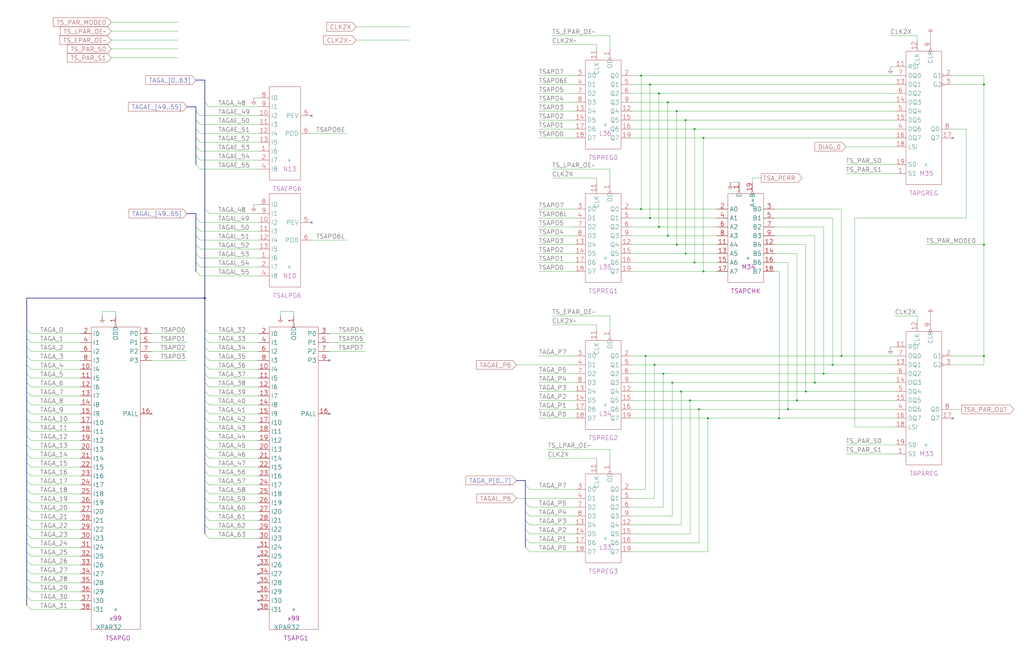
<source format=kicad_sch>
(kicad_sch (version 20220404) (generator eeschema)
  (paper "User" 584.2 378.46)
  (title_block (title "TAGACOMP\\nPARITY") (date "08-MAR-90") (rev "0.0") (comment 1 "MEM32 BOARD") (comment 2 "232-003066") (comment 3 "S400") (comment 4 "RELEASED"))
  (lib_symbols
    (symbol "r1000:F280" (pin_names (offset 1.016))
      (property "Reference" "U" (at 2.54 5.08 0))
      (property "Value" "F280" (at -6.35 -5.08 0))
      (property "Location" "___" (at -1.27 0 0))
      (property "Name" "______" (at 1.27 -12.7 0))
      (symbol "F280_1_1"
        (rectangle (start -8.89 46.99) (end 8.89 -6.35))
        (pin input line (at -15.24 10.16 0) (length 6.35) (name "I6") (number "1"))
        (pin input line (at -15.24 30.48 0) (length 6.35) (name "I2") (number "10"))
        (pin input line (at -15.24 25.4 0) (length 6.35) (name "I3") (number "11"))
        (pin input line (at -15.24 20.32 0) (length 6.35) (name "I4") (number "12"))
        (pin input line (at -15.24 15.24 0) (length 6.35) (name "I5") (number "13"))
        (pin input line (at -15.24 5.08 0) (length 6.35) (name "I7") (number "2"))
        (pin input line (at -15.24 0 0) (length 6.35) (name "I8") (number "4"))
        (pin output line (at 15.24 30.48 180) (length 6.35) (name "PEV") (number "5"))
        (pin output line (at 15.24 20.32 180) (length 6.35) (name "POD") (number "6"))
        (pin input line (at -15.24 40.64 0) (length 6.35) (name "I0") (number "8"))
        (pin input line (at -15.24 35.56 0) (length 6.35) (name "I1") (number "9"))
      )
    )
    (symbol "r1000:F299" (pin_names (offset 1.016))
      (property "Reference" "U" (at 2.54 5.08 0))
      (property "Value" "F299" (at -3.81 -5.08 0))
      (property "Location" "___" (at -1.27 0 0))
      (property "Name" "______" (at 1.27 -12.7 0))
      (symbol "F299_1_1"
        (rectangle (start -8.89 69.85) (end 11.43 -6.35))
        (circle (center 5.08 70.485) (radius 0.635))
        (circle (center 12.065 50.8) (radius 0.635))
        (circle (center 12.065 55.88) (radius 0.635))
        (pin input line (at -15.24 0 0) (length 6.35) (name "S1") (number "1"))
        (pin input line (at -15.24 60.96 0) (length 6.35) (name "RSI") (number "11"))
        (pin input line (at -2.54 76.2 270) (length 6.35) (name "CLK") (number "12"))
        (pin bidirectional line (at -15.24 50.8 0) (length 6.35) (name "DQ1") (number "13"))
        (pin bidirectional line (at -15.24 40.64 0) (length 6.35) (name "DQ3") (number "14"))
        (pin bidirectional line (at -15.24 30.48 0) (length 6.35) (name "DQ5") (number "15"))
        (pin bidirectional line (at -15.24 20.32 0) (length 6.35) (name "DQ7") (number "16"))
        (pin output line (at 17.78 20.32 180) (length 6.35) (name "Q7") (number "17"))
        (pin input line (at -15.24 15.24 0) (length 6.35) (name "LSI") (number "18"))
        (pin input line (at -15.24 5.08 0) (length 6.35) (name "S0") (number "19"))
        (pin input line (at 17.78 55.88 180) (length 5.08) (name "G1") (number "2"))
        (pin input line (at 17.78 50.8 180) (length 5.08) (name "G2") (number "3"))
        (pin bidirectional line (at -15.24 25.4 0) (length 6.35) (name "DQ6") (number "4"))
        (pin bidirectional line (at -15.24 35.56 0) (length 6.35) (name "DQ4") (number "5"))
        (pin bidirectional line (at -15.24 45.72 0) (length 6.35) (name "DQ2") (number "6"))
        (pin bidirectional line (at -15.24 55.88 0) (length 6.35) (name "DQ0") (number "7"))
        (pin output line (at 17.78 25.4 180) (length 6.35) (name "Q0") (number "8"))
        (pin input line (at 5.08 76.2 270) (length 5.08) (name "CLR") (number "9"))
      )
    )
    (symbol "r1000:F374" (pin_names (offset 1.016))
      (property "Reference" "U" (at 2.54 5.08 0))
      (property "Value" "F374" (at -3.81 -7.62 0))
      (property "Location" "___" (at -1.27 0 0))
      (property "Name" "______" (at 1.27 -15.24 0))
      (symbol "F374_1_1"
        (rectangle (start -8.89 41.91) (end 11.43 -8.89))
        (circle (center 5.08 42.545) (radius 0.635))
        (pin input line (at 5.08 48.26 270) (length 5.08) (name "OE") (number "1"))
        (pin input line (at -2.54 48.26 270) (length 6.35) (name "CLK") (number "11"))
        (pin tri_state line (at 17.78 12.7 180) (length 6.35) (name "Q4") (number "12"))
        (pin input line (at -15.24 12.7 0) (length 6.35) (name "D4") (number "13"))
        (pin input line (at -15.24 7.62 0) (length 6.35) (name "D5") (number "14"))
        (pin tri_state line (at 17.78 7.62 180) (length 6.35) (name "Q5") (number "15"))
        (pin tri_state line (at 17.78 2.54 180) (length 6.35) (name "Q6") (number "16"))
        (pin input line (at -15.24 2.54 0) (length 6.35) (name "D6") (number "17"))
        (pin input line (at -15.24 -2.54 0) (length 6.35) (name "D7") (number "18"))
        (pin tri_state line (at 17.78 -2.54 180) (length 6.35) (name "Q7") (number "19"))
        (pin tri_state line (at 17.78 33.02 180) (length 6.35) (name "Q0") (number "2"))
        (pin input line (at -15.24 33.02 0) (length 6.35) (name "D0") (number "3"))
        (pin input line (at -15.24 27.94 0) (length 6.35) (name "D1") (number "4"))
        (pin tri_state line (at 17.78 27.94 180) (length 6.35) (name "Q1") (number "5"))
        (pin tri_state line (at 17.78 22.86 180) (length 6.35) (name "Q2") (number "6"))
        (pin input line (at -15.24 22.86 0) (length 6.35) (name "D2") (number "7"))
        (pin input line (at -15.24 17.78 0) (length 6.35) (name "D3") (number "8"))
        (pin tri_state line (at 17.78 17.78 180) (length 6.35) (name "Q3") (number "9"))
      )
    )
    (symbol "r1000:F521" (pin_names (offset 1.016))
      (property "Reference" "U" (at 2.54 5.08 0))
      (property "Value" "F521" (at -3.81 -7.62 0))
      (property "Location" "___" (at -1.27 0 0))
      (property "Name" "______" (at 1.27 -15.24 0))
      (symbol "F521_1_1"
        (rectangle (start -8.89 41.91) (end 11.43 -8.89))
        (circle (center -2.54 42.545) (radius 0.635))
        (circle (center 5.08 42.545) (radius 0.635))
        (pin input line (at -2.54 48.26 270) (length 5.08) (name "E") (number "1"))
        (pin input line (at -15.24 12.7 0) (length 6.35) (name "A4") (number "11"))
        (pin input line (at 17.78 12.7 180) (length 6.35) (name "B4") (number "12"))
        (pin input line (at -15.24 7.62 0) (length 6.35) (name "A5") (number "13"))
        (pin input line (at 17.78 7.62 180) (length 6.35) (name "B5") (number "14"))
        (pin input line (at -15.24 2.54 0) (length 6.35) (name "A6") (number "15"))
        (pin input line (at 17.78 2.54 180) (length 6.35) (name "B6") (number "16"))
        (pin input line (at -15.24 -2.54 0) (length 6.35) (name "A7") (number "17"))
        (pin input line (at 17.78 -2.54 180) (length 6.35) (name "B7") (number "18"))
        (pin output line (at 5.08 48.26 270) (length 5.08) (name "A=B") (number "19"))
        (pin input line (at -15.24 33.02 0) (length 6.35) (name "A0") (number "2"))
        (pin input line (at 17.78 33.02 180) (length 6.35) (name "B0") (number "3"))
        (pin input line (at -15.24 27.94 0) (length 6.35) (name "A1") (number "4"))
        (pin input line (at 17.78 27.94 180) (length 6.35) (name "B1") (number "5"))
        (pin input line (at -15.24 22.86 0) (length 6.35) (name "A2") (number "6"))
        (pin input line (at 17.78 22.86 180) (length 6.35) (name "B2") (number "7"))
        (pin input line (at -15.24 17.78 0) (length 6.35) (name "A3") (number "8"))
        (pin input line (at 17.78 17.78 180) (length 6.35) (name "B3") (number "9"))
      )
    )
    (symbol "r1000:PD" (power) (pin_numbers hide) (pin_names hide) (in_bom no)
      (symbol "PD_0_1"
        (polyline (pts (xy 0 -2.54) (xy 1.27 -2.54) (xy 0 -3.81) (xy -1.27 -2.54) (xy 0 -2.54)) (stroke (width 0.1524)))
      )
      (symbol "PD_1_1"
        (pin power_in line (at 0 0 270) (length 2.54) (name "PD") (number "1"))
      )
    )
    (symbol "r1000:PU" (power) (pin_numbers hide) (pin_names hide)
      (symbol "PU_0_1"
        (polyline (pts (xy 0 2.54) (xy -1.27 2.54) (xy 0 3.81) (xy 1.27 2.54) (xy 0 2.54)) (stroke (width 0.1524)))
      )
      (symbol "PU_1_1"
        (pin power_in line (at 0 0 90) (length 2.54) (name "PU") (number "1"))
      )
    )
    (symbol "r1000:XPAR32" (pin_names (offset 1.016))
      (property "Reference" "U" (at 2.54 5.08 0))
      (property "Value" "XPAR32" (at -8.89 -5.08 0))
      (property "Location" "___" (at -1.27 0 0))
      (property "Name" "______" (at 3.81 -12.7 0))
      (symbol "XPAR32_1_1"
        (rectangle (start -11.43 166.37) (end 16.51 -6.35))
        (circle (center 2.54 167.005) (radius 0.635))
        (pin input line (at 2.54 172.72 270) (length 5.08) (name "ODD") (number "1"))
        (pin input line (at -17.78 142.24 0) (length 6.35) (name "I4") (number "10"))
        (pin input line (at -17.78 137.16 0) (length 6.35) (name "I5") (number "11"))
        (pin input line (at -17.78 132.08 0) (length 6.35) (name "I6") (number "12"))
        (pin input line (at -17.78 127 0) (length 6.35) (name "I7") (number "13"))
        (pin input line (at -17.78 121.92 0) (length 6.35) (name "I8") (number "14"))
        (pin input line (at -17.78 116.84 0) (length 6.35) (name "I9") (number "15"))
        (pin output line (at 22.86 116.84 180) (length 6.35) (name "PALL") (number "16"))
        (pin input line (at -17.78 111.76 0) (length 6.35) (name "I10") (number "17"))
        (pin input line (at -17.78 106.68 0) (length 6.35) (name "I11") (number "18"))
        (pin input line (at -17.78 101.6 0) (length 6.35) (name "I12") (number "19"))
        (pin input line (at -17.78 162.56 0) (length 6.35) (name "I0") (number "2"))
        (pin input line (at -17.78 96.52 0) (length 6.35) (name "I13") (number "20"))
        (pin input line (at -17.78 91.44 0) (length 6.35) (name "I14") (number "21"))
        (pin input line (at -17.78 86.36 0) (length 6.35) (name "I15") (number "22"))
        (pin input line (at -17.78 81.28 0) (length 6.35) (name "I16") (number "23"))
        (pin input line (at -17.78 76.2 0) (length 6.35) (name "I17") (number "24"))
        (pin input line (at -17.78 71.12 0) (length 6.35) (name "I18") (number "25"))
        (pin input line (at -17.78 66.04 0) (length 6.35) (name "I19") (number "26"))
        (pin input line (at -17.78 60.96 0) (length 6.35) (name "I20") (number "27"))
        (pin input line (at -17.78 55.88 0) (length 6.35) (name "I21") (number "28"))
        (pin input line (at -17.78 50.8 0) (length 6.35) (name "I22") (number "29"))
        (pin output line (at 22.86 162.56 180) (length 6.35) (name "P0") (number "3"))
        (pin input line (at -17.78 45.72 0) (length 6.35) (name "I23") (number "30"))
        (pin input line (at -17.78 40.64 0) (length 6.35) (name "I24") (number "31"))
        (pin input line (at -17.78 35.56 0) (length 6.35) (name "I25") (number "32"))
        (pin input line (at -17.78 30.48 0) (length 6.35) (name "I26") (number "33"))
        (pin input line (at -17.78 25.4 0) (length 6.35) (name "I27") (number "34"))
        (pin input line (at -17.78 20.32 0) (length 6.35) (name "I28") (number "35"))
        (pin input line (at -17.78 15.24 0) (length 6.35) (name "I29") (number "36"))
        (pin input line (at -17.78 10.16 0) (length 6.35) (name "I30") (number "37"))
        (pin input line (at -17.78 5.08 0) (length 6.35) (name "I31") (number "38"))
        (pin input line (at -17.78 157.48 0) (length 6.35) (name "I1") (number "4"))
        (pin output line (at 22.86 157.48 180) (length 6.35) (name "P1") (number "5"))
        (pin input line (at -17.78 152.4 0) (length 6.35) (name "I2") (number "6"))
        (pin output line (at 22.86 152.4 180) (length 6.35) (name "P2") (number "7"))
        (pin input line (at -17.78 147.32 0) (length 6.35) (name "I3") (number "8"))
        (pin output line (at 22.86 147.32 180) (length 6.35) (name "P3") (number "9"))
      )
    )
  )
  (junction (at 388.62 223.52))
  (junction (at 370.84 124.46))
  (junction (at 480.06 203.2))
  (junction (at 561.34 139.7))
  (junction (at 373.38 208.28))
  (junction (at 368.3 203.2))
  (junction (at 383.54 218.44))
  (junction (at 365.76 43.18))
  (junction (at 381 58.42))
  (junction (at 401.32 154.94))
  (junction (at 396.24 73.66))
  (junction (at 561.34 48.26))
  (junction (at 398.78 233.68))
  (junction (at 375.92 53.34))
  (junction (at 375.92 129.54))
  (junction (at 381 134.62))
  (junction (at 370.84 48.26))
  (junction (at 365.76 119.38))
  (junction (at 464.82 218.44))
  (junction (at 474.98 208.28))
  (junction (at 449.58 233.68))
  (junction (at 391.16 144.78))
  (junction (at 454.66 228.6))
  (junction (at 116.84 170.18))
  (junction (at 459.74 223.52))
  (junction (at 396.24 149.86))
  (junction (at 393.7 228.6))
  (junction (at 561.34 203.2))
  (junction (at 403.86 238.76))
  (junction (at 391.16 68.58))
  (junction (at 469.9 213.36))
  (junction (at 444.5 238.76))
  (junction (at 378.46 213.36))
  (junction (at 386.08 63.5))
  (junction (at 386.08 139.7))
  (junction (at 401.32 78.74))
  (no_connect (at 147.32 337.82))
  (no_connect (at 147.32 317.5))
  (no_connect (at 147.32 332.74))
  (no_connect (at 147.32 327.66))
  (no_connect (at 177.8 66.04))
  (no_connect (at 147.32 347.98))
  (no_connect (at 543.56 238.76))
  (no_connect (at 86.36 236.22))
  (no_connect (at 147.32 322.58))
  (no_connect (at 543.56 78.74))
  (no_connect (at 147.32 312.42))
  (no_connect (at 147.32 342.9))
  (no_connect (at 187.96 205.74))
  (no_connect (at 187.96 236.22))
  (no_connect (at 177.8 127))
  (bus_entry (at 15.24 309.88) (size 2.54 2.54))
  (bus_entry (at 15.24 238.76) (size 2.54 2.54))
  (bus_entry (at 111.76 129.54) (size 2.54 2.54))
  (bus_entry (at 116.84 284.48) (size 2.54 2.54))
  (bus_entry (at 111.76 139.7) (size 2.54 2.54))
  (bus_entry (at 15.24 259.08) (size 2.54 2.54))
  (bus_entry (at 15.24 294.64) (size 2.54 2.54))
  (bus_entry (at 15.24 320.04) (size 2.54 2.54))
  (bus_entry (at 15.24 284.48) (size 2.54 2.54))
  (bus_entry (at 116.84 223.52) (size 2.54 2.54))
  (bus_entry (at 116.84 299.72) (size 2.54 2.54))
  (bus_entry (at 15.24 228.6) (size 2.54 2.54))
  (bus_entry (at 15.24 345.44) (size 2.54 2.54))
  (bus_entry (at 15.24 274.32) (size 2.54 2.54))
  (bus_entry (at 116.84 289.56) (size 2.54 2.54))
  (bus_entry (at 116.84 119.38) (size 2.54 2.54))
  (bus_entry (at 116.84 254) (size 2.54 2.54))
  (bus_entry (at 15.24 248.92) (size 2.54 2.54))
  (bus_entry (at 15.24 299.72) (size 2.54 2.54))
  (bus_entry (at 116.84 193.04) (size 2.54 2.54))
  (bus_entry (at 111.76 144.78) (size 2.54 2.54))
  (bus_entry (at 116.84 274.32) (size 2.54 2.54))
  (bus_entry (at 15.24 187.96) (size 2.54 2.54))
  (bus_entry (at 116.84 203.2) (size 2.54 2.54))
  (bus_entry (at 111.76 63.5) (size 2.54 2.54))
  (bus_entry (at 15.24 213.36) (size 2.54 2.54))
  (bus_entry (at 111.76 83.82) (size 2.54 2.54))
  (bus_entry (at 111.76 73.66) (size 2.54 2.54))
  (bus_entry (at 111.76 78.74) (size 2.54 2.54))
  (bus_entry (at 15.24 279.4) (size 2.54 2.54))
  (bus_entry (at 116.84 294.64) (size 2.54 2.54))
  (bus_entry (at 15.24 218.44) (size 2.54 2.54))
  (bus_entry (at 299.72 297.18) (size 2.54 2.54))
  (bus_entry (at 15.24 243.84) (size 2.54 2.54))
  (bus_entry (at 116.84 264.16) (size 2.54 2.54))
  (bus_entry (at 116.84 248.92) (size 2.54 2.54))
  (bus_entry (at 116.84 243.84) (size 2.54 2.54))
  (bus_entry (at 111.76 124.46) (size 2.54 2.54))
  (bus_entry (at 15.24 233.68) (size 2.54 2.54))
  (bus_entry (at 116.84 238.76) (size 2.54 2.54))
  (bus_entry (at 15.24 289.56) (size 2.54 2.54))
  (bus_entry (at 116.84 279.4) (size 2.54 2.54))
  (bus_entry (at 15.24 198.12) (size 2.54 2.54))
  (bus_entry (at 116.84 208.28) (size 2.54 2.54))
  (bus_entry (at 299.72 287.02) (size 2.54 2.54))
  (bus_entry (at 116.84 58.42) (size 2.54 2.54))
  (bus_entry (at 111.76 154.94) (size 2.54 2.54))
  (bus_entry (at 111.76 68.58) (size 2.54 2.54))
  (bus_entry (at 116.84 269.24) (size 2.54 2.54))
  (bus_entry (at 299.72 302.26) (size 2.54 2.54))
  (bus_entry (at 15.24 208.28) (size 2.54 2.54))
  (bus_entry (at 111.76 88.9) (size 2.54 2.54))
  (bus_entry (at 116.84 228.6) (size 2.54 2.54))
  (bus_entry (at 15.24 325.12) (size 2.54 2.54))
  (bus_entry (at 15.24 330.2) (size 2.54 2.54))
  (bus_entry (at 15.24 203.2) (size 2.54 2.54))
  (bus_entry (at 116.84 233.68) (size 2.54 2.54))
  (bus_entry (at 15.24 223.52) (size 2.54 2.54))
  (bus_entry (at 299.72 276.86) (size 2.54 2.54))
  (bus_entry (at 116.84 218.44) (size 2.54 2.54))
  (bus_entry (at 15.24 269.24) (size 2.54 2.54))
  (bus_entry (at 15.24 264.16) (size 2.54 2.54))
  (bus_entry (at 116.84 259.08) (size 2.54 2.54))
  (bus_entry (at 299.72 312.42) (size 2.54 2.54))
  (bus_entry (at 111.76 93.98) (size 2.54 2.54))
  (bus_entry (at 299.72 292.1) (size 2.54 2.54))
  (bus_entry (at 15.24 193.04) (size 2.54 2.54))
  (bus_entry (at 299.72 307.34) (size 2.54 2.54))
  (bus_entry (at 116.84 304.8) (size 2.54 2.54))
  (bus_entry (at 116.84 213.36) (size 2.54 2.54))
  (bus_entry (at 111.76 149.86) (size 2.54 2.54))
  (bus_entry (at 116.84 187.96) (size 2.54 2.54))
  (bus_entry (at 15.24 254) (size 2.54 2.54))
  (bus_entry (at 15.24 314.96) (size 2.54 2.54))
  (bus_entry (at 15.24 335.28) (size 2.54 2.54))
  (bus_entry (at 15.24 340.36) (size 2.54 2.54))
  (bus_entry (at 15.24 304.8) (size 2.54 2.54))
  (bus_entry (at 116.84 198.12) (size 2.54 2.54))
  (bus_entry (at 111.76 134.62) (size 2.54 2.54))
  (bus (pts (xy 116.84 223.52) (xy 116.84 228.6)))
  (wire (pts (xy 375.92 53.34) (xy 510.54 53.34)))
  (wire (pts (xy 307.34 78.74) (xy 327.66 78.74)))
  (wire (pts (xy 482.6 254) (xy 510.54 254)))
  (bus (pts (xy 116.84 259.08) (xy 116.84 264.16)))
  (wire (pts (xy 360.68 233.68) (xy 398.78 233.68)))
  (wire (pts (xy 469.9 213.36) (xy 469.9 129.54)))
  (wire (pts (xy 119.38 251.46) (xy 147.32 251.46)))
  (wire (pts (xy 327.66 238.76) (xy 307.34 238.76)))
  (bus (pts (xy 15.24 170.18) (xy 15.24 187.96)))
  (bus (pts (xy 111.76 144.78) (xy 111.76 149.86)))
  (wire (pts (xy 360.68 119.38) (xy 365.76 119.38)))
  (wire (pts (xy 561.34 203.2) (xy 561.34 208.28)))
  (wire (pts (xy 86.36 195.58) (xy 106.68 195.58)))
  (wire (pts (xy 307.34 124.46) (xy 327.66 124.46)))
  (wire (pts (xy 373.38 284.48) (xy 373.38 208.28)))
  (wire (pts (xy 482.6 93.98) (xy 510.54 93.98)))
  (wire (pts (xy 368.3 203.2) (xy 480.06 203.2)))
  (wire (pts (xy 360.68 68.58) (xy 391.16 68.58)))
  (wire (pts (xy 187.96 195.58) (xy 208.28 195.58)))
  (wire (pts (xy 360.68 208.28) (xy 373.38 208.28)))
  (wire (pts (xy 360.68 48.26) (xy 370.84 48.26)))
  (wire (pts (xy 360.68 149.86) (xy 396.24 149.86)))
  (wire (pts (xy 388.62 223.52) (xy 388.62 299.72)))
  (bus (pts (xy 15.24 218.44) (xy 15.24 223.52)))
  (wire (pts (xy 391.16 68.58) (xy 391.16 144.78)))
  (wire (pts (xy 17.78 210.82) (xy 45.72 210.82)))
  (wire (pts (xy 302.26 289.56) (xy 327.66 289.56)))
  (wire (pts (xy 119.38 246.38) (xy 147.32 246.38)))
  (wire (pts (xy 63.5 33.02) (xy 101.6 33.02)))
  (bus (pts (xy 111.76 121.92) (xy 111.76 124.46)))
  (wire (pts (xy 459.74 223.52) (xy 510.54 223.52)))
  (wire (pts (xy 347.98 256.54) (xy 347.98 264.16)))
  (wire (pts (xy 17.78 241.3) (xy 45.72 241.3)))
  (wire (pts (xy 119.38 121.92) (xy 147.32 121.92)))
  (wire (pts (xy 487.68 124.46) (xy 551.18 124.46)))
  (wire (pts (xy 17.78 276.86) (xy 45.72 276.86)))
  (wire (pts (xy 119.38 236.22) (xy 147.32 236.22)))
  (wire (pts (xy 294.64 208.28) (xy 327.66 208.28)))
  (bus (pts (xy 299.72 307.34) (xy 299.72 312.42)))
  (bus (pts (xy 111.76 129.54) (xy 111.76 134.62)))
  (wire (pts (xy 340.36 101.6) (xy 340.36 104.14)))
  (wire (pts (xy 360.68 203.2) (xy 368.3 203.2)))
  (wire (pts (xy 119.38 302.26) (xy 147.32 302.26)))
  (wire (pts (xy 403.86 314.96) (xy 403.86 238.76)))
  (wire (pts (xy 401.32 78.74) (xy 401.32 154.94)))
  (wire (pts (xy 388.62 299.72) (xy 360.68 299.72)))
  (wire (pts (xy 360.68 154.94) (xy 401.32 154.94)))
  (wire (pts (xy 144.78 116.84) (xy 147.32 116.84)))
  (wire (pts (xy 302.26 304.8) (xy 327.66 304.8)))
  (wire (pts (xy 17.78 317.5) (xy 45.72 317.5)))
  (wire (pts (xy 167.64 177.8) (xy 167.64 180.34)))
  (wire (pts (xy 523.24 180.34) (xy 523.24 182.88)))
  (bus (pts (xy 299.72 276.86) (xy 299.72 287.02)))
  (bus (pts (xy 15.24 330.2) (xy 15.24 335.28)))
  (wire (pts (xy 17.78 190.5) (xy 45.72 190.5)))
  (wire (pts (xy 360.68 218.44) (xy 383.54 218.44)))
  (wire (pts (xy 454.66 144.78) (xy 454.66 228.6)))
  (bus (pts (xy 111.76 73.66) (xy 111.76 78.74)))
  (wire (pts (xy 119.38 276.86) (xy 147.32 276.86)))
  (wire (pts (xy 327.66 119.38) (xy 307.34 119.38)))
  (wire (pts (xy 114.3 157.48) (xy 147.32 157.48)))
  (wire (pts (xy 302.26 299.72) (xy 327.66 299.72)))
  (bus (pts (xy 15.24 243.84) (xy 15.24 248.92)))
  (wire (pts (xy 386.08 139.7) (xy 408.94 139.7)))
  (wire (pts (xy 508 198.12) (xy 510.54 198.12)))
  (wire (pts (xy 327.66 228.6) (xy 307.34 228.6)))
  (wire (pts (xy 312.42 256.54) (xy 347.98 256.54)))
  (wire (pts (xy 360.68 304.8) (xy 393.7 304.8)))
  (wire (pts (xy 203.2 15.24) (xy 233.68 15.24)))
  (bus (pts (xy 15.24 314.96) (xy 15.24 320.04)))
  (wire (pts (xy 203.2 22.86) (xy 233.68 22.86)))
  (wire (pts (xy 365.76 119.38) (xy 408.94 119.38)))
  (wire (pts (xy 360.68 314.96) (xy 403.86 314.96)))
  (bus (pts (xy 111.76 83.82) (xy 111.76 88.9)))
  (wire (pts (xy 307.34 58.42) (xy 327.66 58.42)))
  (wire (pts (xy 360.68 78.74) (xy 401.32 78.74)))
  (bus (pts (xy 15.24 223.52) (xy 15.24 228.6)))
  (bus (pts (xy 116.84 170.18) (xy 116.84 187.96)))
  (bus (pts (xy 116.84 203.2) (xy 116.84 208.28)))
  (wire (pts (xy 381 58.42) (xy 510.54 58.42)))
  (bus (pts (xy 116.84 284.48) (xy 116.84 289.56)))
  (bus (pts (xy 15.24 238.76) (xy 15.24 243.84)))
  (wire (pts (xy 312.42 261.62) (xy 340.36 261.62)))
  (wire (pts (xy 114.3 76.2) (xy 147.32 76.2)))
  (bus (pts (xy 116.84 299.72) (xy 116.84 304.8)))
  (wire (pts (xy 17.78 307.34) (xy 45.72 307.34)))
  (wire (pts (xy 386.08 63.5) (xy 510.54 63.5)))
  (bus (pts (xy 116.84 187.96) (xy 116.84 193.04)))
  (wire (pts (xy 119.38 281.94) (xy 147.32 281.94)))
  (wire (pts (xy 17.78 347.98) (xy 45.72 347.98)))
  (bus (pts (xy 116.84 279.4) (xy 116.84 284.48)))
  (wire (pts (xy 187.96 190.5) (xy 208.28 190.5)))
  (wire (pts (xy 396.24 73.66) (xy 510.54 73.66)))
  (wire (pts (xy 144.78 55.88) (xy 147.32 55.88)))
  (bus (pts (xy 15.24 233.68) (xy 15.24 238.76)))
  (wire (pts (xy 360.68 144.78) (xy 391.16 144.78)))
  (wire (pts (xy 327.66 218.44) (xy 307.34 218.44)))
  (wire (pts (xy 464.82 218.44) (xy 510.54 218.44)))
  (wire (pts (xy 314.96 180.34) (xy 347.98 180.34)))
  (bus (pts (xy 111.76 68.58) (xy 111.76 73.66)))
  (bus (pts (xy 15.24 284.48) (xy 15.24 289.56)))
  (wire (pts (xy 119.38 231.14) (xy 147.32 231.14)))
  (wire (pts (xy 434.34 101.6) (xy 429.26 101.6)))
  (wire (pts (xy 370.84 48.26) (xy 370.84 124.46)))
  (wire (pts (xy 17.78 281.94) (xy 45.72 281.94)))
  (wire (pts (xy 17.78 195.58) (xy 45.72 195.58)))
  (wire (pts (xy 327.66 203.2) (xy 307.34 203.2)))
  (wire (pts (xy 480.06 203.2) (xy 480.06 119.38)))
  (wire (pts (xy 370.84 124.46) (xy 408.94 124.46)))
  (wire (pts (xy 480.06 203.2) (xy 510.54 203.2)))
  (wire (pts (xy 302.26 314.96) (xy 327.66 314.96)))
  (bus (pts (xy 116.84 58.42) (xy 116.84 119.38)))
  (wire (pts (xy 160.02 177.8) (xy 167.64 177.8)))
  (wire (pts (xy 302.26 294.64) (xy 327.66 294.64)))
  (wire (pts (xy 307.34 139.7) (xy 327.66 139.7)))
  (wire (pts (xy 17.78 261.62) (xy 45.72 261.62)))
  (wire (pts (xy 543.56 48.26) (xy 561.34 48.26)))
  (wire (pts (xy 464.82 134.62) (xy 464.82 218.44)))
  (wire (pts (xy 360.68 124.46) (xy 370.84 124.46)))
  (wire (pts (xy 327.66 154.94) (xy 307.34 154.94)))
  (wire (pts (xy 187.96 200.66) (xy 208.28 200.66)))
  (wire (pts (xy 119.38 226.06) (xy 147.32 226.06)))
  (bus (pts (xy 15.24 198.12) (xy 15.24 203.2)))
  (wire (pts (xy 441.96 144.78) (xy 454.66 144.78)))
  (wire (pts (xy 383.54 218.44) (xy 464.82 218.44)))
  (wire (pts (xy 482.6 259.08) (xy 510.54 259.08)))
  (bus (pts (xy 116.84 45.72) (xy 116.84 58.42)))
  (wire (pts (xy 17.78 342.9) (xy 45.72 342.9)))
  (wire (pts (xy 388.62 223.52) (xy 459.74 223.52)))
  (wire (pts (xy 365.76 43.18) (xy 510.54 43.18)))
  (wire (pts (xy 314.96 20.32) (xy 347.98 20.32)))
  (bus (pts (xy 15.24 279.4) (xy 15.24 284.48)))
  (wire (pts (xy 530.86 20.32) (xy 530.86 22.86)))
  (wire (pts (xy 474.98 208.28) (xy 510.54 208.28)))
  (bus (pts (xy 15.24 325.12) (xy 15.24 330.2)))
  (wire (pts (xy 63.5 12.7) (xy 101.6 12.7)))
  (wire (pts (xy 17.78 215.9) (xy 45.72 215.9)))
  (wire (pts (xy 416.56 104.14) (xy 421.64 104.14)))
  (wire (pts (xy 441.96 134.62) (xy 464.82 134.62)))
  (wire (pts (xy 160.02 180.34) (xy 160.02 177.8)))
  (bus (pts (xy 116.84 254) (xy 116.84 259.08)))
  (wire (pts (xy 449.58 149.86) (xy 441.96 149.86)))
  (wire (pts (xy 360.68 63.5) (xy 386.08 63.5)))
  (wire (pts (xy 327.66 144.78) (xy 307.34 144.78)))
  (wire (pts (xy 314.96 101.6) (xy 340.36 101.6)))
  (wire (pts (xy 17.78 302.26) (xy 45.72 302.26)))
  (wire (pts (xy 393.7 228.6) (xy 454.66 228.6)))
  (wire (pts (xy 58.42 177.8) (xy 66.04 177.8)))
  (bus (pts (xy 116.84 274.32) (xy 116.84 279.4)))
  (wire (pts (xy 119.38 195.58) (xy 147.32 195.58)))
  (bus (pts (xy 15.24 274.32) (xy 15.24 279.4)))
  (bus (pts (xy 106.68 121.92) (xy 111.76 121.92)))
  (bus (pts (xy 15.24 213.36) (xy 15.24 218.44)))
  (wire (pts (xy 307.34 68.58) (xy 327.66 68.58)))
  (wire (pts (xy 307.34 73.66) (xy 327.66 73.66)))
  (wire (pts (xy 307.34 63.5) (xy 327.66 63.5)))
  (wire (pts (xy 86.36 200.66) (xy 106.68 200.66)))
  (wire (pts (xy 119.38 200.66) (xy 147.32 200.66)))
  (wire (pts (xy 17.78 231.14) (xy 45.72 231.14)))
  (bus (pts (xy 15.24 203.2) (xy 15.24 208.28)))
  (wire (pts (xy 360.68 53.34) (xy 375.92 53.34)))
  (bus (pts (xy 15.24 304.8) (xy 15.24 309.88)))
  (wire (pts (xy 119.38 205.74) (xy 147.32 205.74)))
  (wire (pts (xy 398.78 233.68) (xy 398.78 309.88)))
  (bus (pts (xy 116.84 289.56) (xy 116.84 294.64)))
  (wire (pts (xy 381 134.62) (xy 408.94 134.62)))
  (bus (pts (xy 116.84 294.64) (xy 116.84 299.72)))
  (wire (pts (xy 114.3 152.4) (xy 147.32 152.4)))
  (wire (pts (xy 17.78 205.74) (xy 45.72 205.74)))
  (wire (pts (xy 114.3 91.44) (xy 147.32 91.44)))
  (wire (pts (xy 393.7 304.8) (xy 393.7 228.6)))
  (wire (pts (xy 391.16 68.58) (xy 510.54 68.58)))
  (wire (pts (xy 398.78 233.68) (xy 449.58 233.68)))
  (wire (pts (xy 375.92 129.54) (xy 408.94 129.54)))
  (wire (pts (xy 327.66 134.62) (xy 307.34 134.62)))
  (wire (pts (xy 119.38 297.18) (xy 147.32 297.18)))
  (wire (pts (xy 396.24 73.66) (xy 396.24 149.86)))
  (bus (pts (xy 15.24 340.36) (xy 15.24 345.44)))
  (wire (pts (xy 119.38 60.96) (xy 147.32 60.96)))
  (wire (pts (xy 63.5 22.86) (xy 101.6 22.86)))
  (wire (pts (xy 449.58 233.68) (xy 510.54 233.68)))
  (wire (pts (xy 17.78 246.38) (xy 45.72 246.38)))
  (wire (pts (xy 307.34 149.86) (xy 327.66 149.86)))
  (wire (pts (xy 482.6 99.06) (xy 510.54 99.06)))
  (wire (pts (xy 360.68 43.18) (xy 365.76 43.18)))
  (wire (pts (xy 17.78 332.74) (xy 45.72 332.74)))
  (wire (pts (xy 469.9 129.54) (xy 441.96 129.54)))
  (bus (pts (xy 299.72 292.1) (xy 299.72 297.18)))
  (wire (pts (xy 381 58.42) (xy 381 134.62)))
  (bus (pts (xy 15.24 248.92) (xy 15.24 254)))
  (bus (pts (xy 15.24 259.08) (xy 15.24 264.16)))
  (wire (pts (xy 459.74 139.7) (xy 441.96 139.7)))
  (wire (pts (xy 543.56 43.18) (xy 561.34 43.18)))
  (wire (pts (xy 347.98 180.34) (xy 347.98 187.96)))
  (wire (pts (xy 523.24 20.32) (xy 523.24 22.86)))
  (wire (pts (xy 480.06 119.38) (xy 441.96 119.38)))
  (wire (pts (xy 119.38 210.82) (xy 147.32 210.82)))
  (bus (pts (xy 299.72 297.18) (xy 299.72 302.26)))
  (wire (pts (xy 17.78 266.7) (xy 45.72 266.7)))
  (wire (pts (xy 378.46 213.36) (xy 378.46 289.56)))
  (wire (pts (xy 302.26 279.4) (xy 327.66 279.4)))
  (bus (pts (xy 15.24 228.6) (xy 15.24 233.68)))
  (wire (pts (xy 459.74 223.52) (xy 459.74 139.7)))
  (wire (pts (xy 386.08 63.5) (xy 386.08 139.7)))
  (wire (pts (xy 119.38 215.9) (xy 147.32 215.9)))
  (wire (pts (xy 469.9 213.36) (xy 510.54 213.36)))
  (bus (pts (xy 15.24 187.96) (xy 15.24 193.04)))
  (wire (pts (xy 561.34 48.26) (xy 561.34 139.7)))
  (bus (pts (xy 15.24 254) (xy 15.24 259.08)))
  (bus (pts (xy 15.24 299.72) (xy 15.24 304.8)))
  (wire (pts (xy 340.36 25.4) (xy 340.36 27.94)))
  (wire (pts (xy 177.8 76.2) (xy 198.12 76.2)))
  (wire (pts (xy 551.18 73.66) (xy 543.56 73.66)))
  (wire (pts (xy 543.56 203.2) (xy 561.34 203.2)))
  (wire (pts (xy 119.38 256.54) (xy 147.32 256.54)))
  (wire (pts (xy 360.68 73.66) (xy 396.24 73.66)))
  (bus (pts (xy 116.84 119.38) (xy 116.84 170.18)))
  (bus (pts (xy 15.24 320.04) (xy 15.24 325.12)))
  (wire (pts (xy 375.92 53.34) (xy 375.92 129.54)))
  (wire (pts (xy 17.78 297.18) (xy 45.72 297.18)))
  (wire (pts (xy 114.3 66.04) (xy 147.32 66.04)))
  (wire (pts (xy 307.34 53.34) (xy 327.66 53.34)))
  (bus (pts (xy 15.24 264.16) (xy 15.24 269.24)))
  (wire (pts (xy 360.68 284.48) (xy 373.38 284.48)))
  (wire (pts (xy 307.34 213.36) (xy 327.66 213.36)))
  (wire (pts (xy 314.96 25.4) (xy 340.36 25.4)))
  (wire (pts (xy 17.78 337.82) (xy 45.72 337.82)))
  (wire (pts (xy 360.68 238.76) (xy 403.86 238.76)))
  (wire (pts (xy 340.36 185.42) (xy 340.36 187.96)))
  (wire (pts (xy 314.96 96.52) (xy 347.98 96.52)))
  (bus (pts (xy 106.68 60.96) (xy 111.76 60.96)))
  (wire (pts (xy 114.3 81.28) (xy 147.32 81.28)))
  (wire (pts (xy 454.66 228.6) (xy 510.54 228.6)))
  (wire (pts (xy 17.78 271.78) (xy 45.72 271.78)))
  (wire (pts (xy 360.68 134.62) (xy 381 134.62)))
  (bus (pts (xy 111.76 124.46) (xy 111.76 129.54)))
  (wire (pts (xy 114.3 96.52) (xy 147.32 96.52)))
  (bus (pts (xy 116.84 218.44) (xy 116.84 223.52)))
  (wire (pts (xy 561.34 43.18) (xy 561.34 48.26)))
  (bus (pts (xy 116.84 213.36) (xy 116.84 218.44)))
  (wire (pts (xy 396.24 149.86) (xy 408.94 149.86)))
  (bus (pts (xy 111.76 60.96) (xy 111.76 63.5)))
  (bus (pts (xy 116.84 233.68) (xy 116.84 238.76)))
  (wire (pts (xy 302.26 309.88) (xy 327.66 309.88)))
  (bus (pts (xy 116.84 243.84) (xy 116.84 248.92)))
  (wire (pts (xy 510.54 180.34) (xy 523.24 180.34)))
  (wire (pts (xy 561.34 208.28) (xy 543.56 208.28)))
  (bus (pts (xy 111.76 78.74) (xy 111.76 83.82)))
  (bus (pts (xy 116.84 248.92) (xy 116.84 254)))
  (wire (pts (xy 119.38 307.34) (xy 147.32 307.34)))
  (wire (pts (xy 474.98 124.46) (xy 474.98 208.28)))
  (wire (pts (xy 307.34 223.52) (xy 327.66 223.52)))
  (bus (pts (xy 116.84 264.16) (xy 116.84 269.24)))
  (wire (pts (xy 368.3 279.4) (xy 360.68 279.4)))
  (wire (pts (xy 360.68 58.42) (xy 381 58.42)))
  (wire (pts (xy 551.18 124.46) (xy 551.18 73.66)))
  (wire (pts (xy 17.78 251.46) (xy 45.72 251.46)))
  (wire (pts (xy 508 20.32) (xy 523.24 20.32)))
  (wire (pts (xy 66.04 177.8) (xy 66.04 180.34)))
  (wire (pts (xy 360.68 129.54) (xy 375.92 129.54)))
  (wire (pts (xy 508 38.1) (xy 510.54 38.1)))
  (wire (pts (xy 510.54 243.84) (xy 487.68 243.84)))
  (wire (pts (xy 17.78 200.66) (xy 45.72 200.66)))
  (bus (pts (xy 299.72 302.26) (xy 299.72 307.34)))
  (wire (pts (xy 347.98 20.32) (xy 347.98 27.94)))
  (wire (pts (xy 444.5 238.76) (xy 510.54 238.76)))
  (wire (pts (xy 340.36 261.62) (xy 340.36 264.16)))
  (wire (pts (xy 487.68 243.84) (xy 487.68 124.46)))
  (bus (pts (xy 15.24 335.28) (xy 15.24 340.36)))
  (wire (pts (xy 114.3 147.32) (xy 147.32 147.32)))
  (wire (pts (xy 543.56 233.68) (xy 548.64 233.68)))
  (bus (pts (xy 111.76 134.62) (xy 111.76 139.7)))
  (bus (pts (xy 116.84 269.24) (xy 116.84 274.32)))
  (wire (pts (xy 444.5 154.94) (xy 444.5 238.76)))
  (wire (pts (xy 86.36 190.5) (xy 106.68 190.5)))
  (wire (pts (xy 378.46 289.56) (xy 360.68 289.56)))
  (wire (pts (xy 441.96 154.94) (xy 444.5 154.94)))
  (bus (pts (xy 111.76 45.72) (xy 116.84 45.72)))
  (wire (pts (xy 114.3 86.36) (xy 147.32 86.36)))
  (wire (pts (xy 17.78 312.42) (xy 45.72 312.42)))
  (wire (pts (xy 403.86 238.76) (xy 444.5 238.76)))
  (bus (pts (xy 111.76 149.86) (xy 111.76 154.94)))
  (wire (pts (xy 528.32 139.7) (xy 561.34 139.7)))
  (wire (pts (xy 114.3 137.16) (xy 147.32 137.16)))
  (wire (pts (xy 63.5 27.94) (xy 101.6 27.94)))
  (bus (pts (xy 116.84 193.04) (xy 116.84 198.12)))
  (bus (pts (xy 116.84 198.12) (xy 116.84 203.2)))
  (wire (pts (xy 378.46 213.36) (xy 469.9 213.36)))
  (wire (pts (xy 401.32 78.74) (xy 510.54 78.74)))
  (wire (pts (xy 373.38 208.28) (xy 474.98 208.28)))
  (wire (pts (xy 119.38 241.3) (xy 147.32 241.3)))
  (bus (pts (xy 15.24 208.28) (xy 15.24 213.36)))
  (wire (pts (xy 114.3 71.12) (xy 147.32 71.12)))
  (wire (pts (xy 401.32 154.94) (xy 408.94 154.94)))
  (wire (pts (xy 119.38 287.02) (xy 147.32 287.02)))
  (wire (pts (xy 17.78 287.02) (xy 45.72 287.02)))
  (bus (pts (xy 111.76 139.7) (xy 111.76 144.78)))
  (wire (pts (xy 119.38 271.78) (xy 147.32 271.78)))
  (wire (pts (xy 441.96 124.46) (xy 474.98 124.46)))
  (bus (pts (xy 111.76 88.9) (xy 111.76 93.98)))
  (wire (pts (xy 119.38 190.5) (xy 147.32 190.5)))
  (wire (pts (xy 383.54 294.64) (xy 383.54 218.44)))
  (wire (pts (xy 391.16 144.78) (xy 408.94 144.78)))
  (bus (pts (xy 15.24 309.88) (xy 15.24 314.96)))
  (wire (pts (xy 365.76 43.18) (xy 365.76 119.38)))
  (bus (pts (xy 116.84 238.76) (xy 116.84 243.84)))
  (wire (pts (xy 17.78 327.66) (xy 45.72 327.66)))
  (wire (pts (xy 307.34 43.18) (xy 327.66 43.18)))
  (wire (pts (xy 86.36 205.74) (xy 106.68 205.74)))
  (wire (pts (xy 119.38 220.98) (xy 147.32 220.98)))
  (wire (pts (xy 307.34 129.54) (xy 327.66 129.54)))
  (wire (pts (xy 429.26 101.6) (xy 429.26 104.14)))
  (wire (pts (xy 360.68 223.52) (xy 388.62 223.52)))
  (wire (pts (xy 449.58 233.68) (xy 449.58 149.86)))
  (bus (pts (xy 111.76 63.5) (xy 111.76 68.58)))
  (wire (pts (xy 119.38 261.62) (xy 147.32 261.62)))
  (bus (pts (xy 15.24 289.56) (xy 15.24 294.64)))
  (wire (pts (xy 58.42 180.34) (xy 58.42 177.8)))
  (wire (pts (xy 17.78 220.98) (xy 45.72 220.98)))
  (bus (pts (xy 294.64 274.32) (xy 299.72 274.32)))
  (bus (pts (xy 116.84 228.6) (xy 116.84 233.68)))
  (wire (pts (xy 17.78 322.58) (xy 45.72 322.58)))
  (wire (pts (xy 119.38 292.1) (xy 147.32 292.1)))
  (wire (pts (xy 482.6 83.82) (xy 510.54 83.82)))
  (bus (pts (xy 299.72 276.86) (xy 299.72 274.32)))
  (bus (pts (xy 15.24 269.24) (xy 15.24 274.32)))
  (wire (pts (xy 398.78 309.88) (xy 360.68 309.88)))
  (wire (pts (xy 119.38 266.7) (xy 147.32 266.7)))
  (wire (pts (xy 530.86 180.34) (xy 530.86 182.88)))
  (wire (pts (xy 360.68 294.64) (xy 383.54 294.64)))
  (bus (pts (xy 15.24 193.04) (xy 15.24 198.12)))
  (wire (pts (xy 177.8 137.16) (xy 198.12 137.16)))
  (wire (pts (xy 294.64 284.48) (xy 327.66 284.48)))
  (wire (pts (xy 360.68 213.36) (xy 378.46 213.36)))
  (bus (pts (xy 116.84 170.18) (xy 15.24 170.18)))
  (bus (pts (xy 15.24 294.64) (xy 15.24 299.72)))
  (wire (pts (xy 360.68 228.6) (xy 393.7 228.6)))
  (wire (pts (xy 307.34 233.68) (xy 327.66 233.68)))
  (wire (pts (xy 561.34 139.7) (xy 561.34 203.2)))
  (wire (pts (xy 360.68 139.7) (xy 386.08 139.7)))
  (wire (pts (xy 17.78 256.54) (xy 45.72 256.54)))
  (wire (pts (xy 307.34 48.26) (xy 327.66 48.26)))
  (bus (pts (xy 116.84 208.28) (xy 116.84 213.36)))
  (bus (pts (xy 299.72 287.02) (xy 299.72 292.1)))
  (wire (pts (xy 314.96 185.42) (xy 340.36 185.42)))
  (wire (pts (xy 347.98 96.52) (xy 347.98 104.14)))
  (wire (pts (xy 114.3 142.24) (xy 147.32 142.24)))
  (wire (pts (xy 17.78 226.06) (xy 45.72 226.06)))
  (wire (pts (xy 114.3 132.08) (xy 147.32 132.08)))
  (wire (pts (xy 368.3 203.2) (xy 368.3 279.4)))
  (wire (pts (xy 370.84 48.26) (xy 510.54 48.26)))
  (wire (pts (xy 114.3 127) (xy 147.32 127)))
  (wire (pts (xy 17.78 292.1) (xy 45.72 292.1)))
  (wire (pts (xy 63.5 17.78) (xy 101.6 17.78)))
  (wire (pts (xy 17.78 236.22) (xy 45.72 236.22)))
  (label "TAGA_23" (at 22.86 307.34 0) (effects (font (size 2.54 2.54))))
  (label "CLK2X" (at 314.96 101.6 0) (effects (font (size 2.54 2.54))))
  (label "TAGA_43" (at 124.46 246.38 0) (effects (font (size 2.54 2.54))))
  (label "TSAPO7" (at 307.34 43.18 0) (effects (font (size 2.54 2.54))))
  (label "TSAPO5" (at 307.34 129.54 0) (effects (font (size 2.54 2.54))))
  (label "TAGA_P2" (at 307.34 228.6 0) (effects (font (size 2.54 2.54))))
  (label "TAGAL_52" (at 124.46 142.24 0) (effects (font (size 2.54 2.54))))
  (label "TAGA_5" (at 22.86 215.9 0) (effects (font (size 2.54 2.54))))
  (label "TAGA_48" (at 124.46 121.92 0) (effects (font (size 2.54 2.54))))
  (label "TSAPO1" (at 307.34 149.86 0) (effects (font (size 2.54 2.54))))
  (label "TAGA_37" (at 124.46 215.9 0) (effects (font (size 2.54 2.54))))
  (label "TAGA_40" (at 124.46 231.14 0) (effects (font (size 2.54 2.54))))
  (label "TSAPO0" (at 307.34 78.74 0) (effects (font (size 2.54 2.54))))
  (label "TS_PAR_S1" (at 482.6 99.06 0) (effects (font (size 2.54 2.54))))
  (label "TAGA_44" (at 124.46 251.46 0) (effects (font (size 2.54 2.54))))
  (label "TS_PAR_MODE0" (at 528.32 139.7 0) (effects (font (size 2.54 2.54))))
  (label "TAGA_25" (at 22.86 317.5 0) (effects (font (size 2.54 2.54))))
  (label "TAGA_13" (at 22.86 256.54 0) (effects (font (size 2.54 2.54))))
  (label "TSAPO4" (at 193.04 190.5 0) (effects (font (size 2.54 2.54))))
  (label "TSAPO0" (at 307.34 154.94 0) (effects (font (size 2.54 2.54))))
  (label "CLK2X~" (at 314.96 185.42 0) (effects (font (size 2.54 2.54))))
  (label "TS_EPAR_OE~" (at 314.96 180.34 0) (effects (font (size 2.54 2.54))))
  (label "TAGA_35" (at 124.46 205.74 0) (effects (font (size 2.54 2.54))))
  (label "TAGA_56" (at 124.46 271.78 0) (effects (font (size 2.54 2.54))))
  (label "TAGA_P5" (at 307.34 213.36 0) (effects (font (size 2.54 2.54))))
  (label "TAGA_33" (at 124.46 195.58 0) (effects (font (size 2.54 2.54))))
  (label "TAGA_6" (at 22.86 220.98 0) (effects (font (size 2.54 2.54))))
  (label "TS_PAR_S1" (at 482.6 259.08 0) (effects (font (size 2.54 2.54))))
  (label "TS_LPAR_OE~" (at 314.96 96.52 0) (effects (font (size 2.54 2.54))))
  (label "TAGA_32" (at 124.46 190.5 0) (effects (font (size 2.54 2.54))))
  (label "TAGA_38" (at 124.46 220.98 0) (effects (font (size 2.54 2.54))))
  (label "TAGA_20" (at 22.86 292.1 0) (effects (font (size 2.54 2.54))))
  (label "TAGAE_53" (at 124.46 86.36 0) (effects (font (size 2.54 2.54))))
  (label "TAGA_P1" (at 307.34 233.68 0) (effects (font (size 2.54 2.54))))
  (label "TAGA_19" (at 22.86 287.02 0) (effects (font (size 2.54 2.54))))
  (label "TAGAE_54" (at 124.46 91.44 0) (effects (font (size 2.54 2.54))))
  (label "TAGA_P5" (at 307.34 289.56 0) (effects (font (size 2.54 2.54))))
  (label "TSAPO2" (at 307.34 68.58 0) (effects (font (size 2.54 2.54))))
  (label "TAGAE_55" (at 124.46 96.52 0) (effects (font (size 2.54 2.54))))
  (label "TAGA_P7" (at 307.34 279.4 0) (effects (font (size 2.54 2.54))))
  (label "TAGA_0" (at 22.86 190.5 0) (effects (font (size 2.54 2.54))))
  (label "TAGAL_50" (at 124.46 132.08 0) (effects (font (size 2.54 2.54))))
  (label "TS_PAR_S0" (at 482.6 93.98 0) (effects (font (size 2.54 2.54))))
  (label "TAGAE_49" (at 124.46 66.04 0) (effects (font (size 2.54 2.54))))
  (label "TAGA_7" (at 22.86 226.06 0) (effects (font (size 2.54 2.54))))
  (label "TSAPO6L" (at 180.34 137.16 0) (effects (font (size 2.54 2.54))))
  (label "TAGA_4" (at 22.86 210.82 0) (effects (font (size 2.54 2.54))))
  (label "TAGA_2" (at 22.86 200.66 0) (effects (font (size 2.54 2.54))))
  (label "TSAPO4" (at 307.34 134.62 0) (effects (font (size 2.54 2.54))))
  (label "TAGA_P7" (at 307.34 203.2 0) (effects (font (size 2.54 2.54))))
  (label "TSAPO3" (at 307.34 139.7 0) (effects (font (size 2.54 2.54))))
  (label "TAGA_17" (at 22.86 276.86 0) (effects (font (size 2.54 2.54))))
  (label "TSAPO5" (at 307.34 53.34 0) (effects (font (size 2.54 2.54))))
  (label "TSAPO4" (at 307.34 58.42 0) (effects (font (size 2.54 2.54))))
  (label "TAGA_58" (at 124.46 281.94 0) (effects (font (size 2.54 2.54))))
  (label "CLK2X" (at 312.42 261.62 0) (effects (font (size 2.54 2.54))))
  (label "TAGA_63" (at 124.46 307.34 0) (effects (font (size 2.54 2.54))))
  (label "TAGAE_52" (at 124.46 81.28 0) (effects (font (size 2.54 2.54))))
  (label "CLK2X" (at 510.54 180.34 0) (effects (font (size 2.54 2.54))))
  (label "TAGA_46" (at 124.46 261.62 0) (effects (font (size 2.54 2.54))))
  (label "TAGA_15" (at 22.86 266.7 0) (effects (font (size 2.54 2.54))))
  (label "TS_EPAR_OE~" (at 314.96 20.32 0) (effects (font (size 2.54 2.54))))
  (label "TSAPO2" (at 307.34 144.78 0) (effects (font (size 2.54 2.54))))
  (label "TSAPO0" (at 91.44 190.5 0) (effects (font (size 2.54 2.54))))
  (label "TAGAL_55" (at 124.46 157.48 0) (effects (font (size 2.54 2.54))))
  (label "TSAPO3" (at 307.34 63.5 0) (effects (font (size 2.54 2.54))))
  (label "TAGA_36" (at 124.46 210.82 0) (effects (font (size 2.54 2.54))))
  (label "TAGA_27" (at 22.86 327.66 0) (effects (font (size 2.54 2.54))))
  (label "TAGA_1" (at 22.86 195.58 0) (effects (font (size 2.54 2.54))))
  (label "TAGAL_54" (at 124.46 152.4 0) (effects (font (size 2.54 2.54))))
  (label "TAGA_62" (at 124.46 302.26 0) (effects (font (size 2.54 2.54))))
  (label "TAGA_45" (at 124.46 256.54 0) (effects (font (size 2.54 2.54))))
  (label "TAGA_34" (at 124.46 200.66 0) (effects (font (size 2.54 2.54))))
  (label "TAGA_26" (at 22.86 322.58 0) (effects (font (size 2.54 2.54))))
  (label "TSAPO3" (at 91.44 205.74 0) (effects (font (size 2.54 2.54))))
  (label "TSAPO2" (at 91.44 200.66 0) (effects (font (size 2.54 2.54))))
  (label "TS_PAR_S0" (at 482.6 254 0) (effects (font (size 2.54 2.54))))
  (label "TAGA_47" (at 124.46 266.7 0) (effects (font (size 2.54 2.54))))
  (label "TAGA_P4" (at 307.34 218.44 0) (effects (font (size 2.54 2.54))))
  (label "TAGA_48" (at 124.46 60.96 0) (effects (font (size 2.54 2.54))))
  (label "TAGA_24" (at 22.86 312.42 0) (effects (font (size 2.54 2.54))))
  (label "TAGA_3" (at 22.86 205.74 0) (effects (font (size 2.54 2.54))))
  (label "TAGA_29" (at 22.86 337.82 0) (effects (font (size 2.54 2.54))))
  (label "TAGAE_51" (at 124.46 76.2 0) (effects (font (size 2.54 2.54))))
  (label "TAGA_11" (at 22.86 246.38 0) (effects (font (size 2.54 2.54))))
  (label "TAGA_P0" (at 307.34 314.96 0) (effects (font (size 2.54 2.54))))
  (label "TAGA_59" (at 124.46 287.02 0) (effects (font (size 2.54 2.54))))
  (label "TAGA_31" (at 22.86 347.98 0) (effects (font (size 2.54 2.54))))
  (label "TSAPO6E" (at 180.34 76.2 0) (effects (font (size 2.54 2.54))))
  (label "TAGA_P2" (at 307.34 304.8 0) (effects (font (size 2.54 2.54))))
  (label "TAGA_12" (at 22.86 251.46 0) (effects (font (size 2.54 2.54))))
  (label "TSAPO6E" (at 307.34 48.26 0) (effects (font (size 2.54 2.54))))
  (label "TAGA_16" (at 22.86 271.78 0) (effects (font (size 2.54 2.54))))
  (label "TAGA_14" (at 22.86 261.62 0) (effects (font (size 2.54 2.54))))
  (label "TAGAL_51" (at 124.46 137.16 0) (effects (font (size 2.54 2.54))))
  (label "TAGA_P3" (at 307.34 223.52 0) (effects (font (size 2.54 2.54))))
  (label "CLK2X" (at 508 20.32 0) (effects (font (size 2.54 2.54))))
  (label "TAGAE_50" (at 124.46 71.12 0) (effects (font (size 2.54 2.54))))
  (label "CLK2X~" (at 314.96 25.4 0) (effects (font (size 2.54 2.54))))
  (label "TAGA_18" (at 22.86 281.94 0) (effects (font (size 2.54 2.54))))
  (label "TAGA_42" (at 124.46 241.3 0) (effects (font (size 2.54 2.54))))
  (label "TSAPO5" (at 193.04 195.58 0) (effects (font (size 2.54 2.54))))
  (label "TAGA_61" (at 124.46 297.18 0) (effects (font (size 2.54 2.54))))
  (label "TAGA_39" (at 124.46 226.06 0) (effects (font (size 2.54 2.54))))
  (label "TAGA_30" (at 22.86 342.9 0) (effects (font (size 2.54 2.54))))
  (label "TAGA_22" (at 22.86 302.26 0) (effects (font (size 2.54 2.54))))
  (label "TAGA_P4" (at 307.34 294.64 0) (effects (font (size 2.54 2.54))))
  (label "TAGA_9" (at 22.86 236.22 0) (effects (font (size 2.54 2.54))))
  (label "TAGA_P3" (at 307.34 299.72 0) (effects (font (size 2.54 2.54))))
  (label "TAGA_8" (at 22.86 231.14 0) (effects (font (size 2.54 2.54))))
  (label "TAGAL_53" (at 124.46 147.32 0) (effects (font (size 2.54 2.54))))
  (label "TAGA_21" (at 22.86 297.18 0) (effects (font (size 2.54 2.54))))
  (label "TAGA_60" (at 124.46 292.1 0) (effects (font (size 2.54 2.54))))
  (label "TAGA_28" (at 22.86 332.74 0) (effects (font (size 2.54 2.54))))
  (label "TAGA_10" (at 22.86 241.3 0) (effects (font (size 2.54 2.54))))
  (label "TSAPO1" (at 307.34 73.66 0) (effects (font (size 2.54 2.54))))
  (label "TAGA_P0" (at 307.34 238.76 0) (effects (font (size 2.54 2.54))))
  (label "TAGA_41" (at 124.46 236.22 0) (effects (font (size 2.54 2.54))))
  (label "TAGA_57" (at 124.46 276.86 0) (effects (font (size 2.54 2.54))))
  (label "TSAPO7" (at 307.34 119.38 0) (effects (font (size 2.54 2.54))))
  (label "TSAPO6L" (at 307.34 124.46 0) (effects (font (size 2.54 2.54))))
  (label "TSAPO1" (at 91.44 195.58 0) (effects (font (size 2.54 2.54))))
  (label "TS_LPAR_OE~" (at 312.42 256.54 0) (effects (font (size 2.54 2.54))))
  (label "TAGA_P1" (at 307.34 309.88 0) (effects (font (size 2.54 2.54))))
  (label "TSAPO7" (at 193.04 200.66 0) (effects (font (size 2.54 2.54))))
  (label "TAGAL_49" (at 124.46 127 0) (effects (font (size 2.54 2.54))))
  (global_label "TS_LPAR_OE~" (shape input) (at 63.5 17.78 180) (effects (font (size 2.54 2.54))) (property "Intersheet References" "${INTERSHEET_REFS}" (at 34.3626 17.6213 0) (effects (font (size 1.905 1.905)) (justify right))))
  (global_label "TSA_PERR" (shape output) (at 434.34 101.6 0) (effects (font (size 2.54 2.54))) (property "Intersheet References" "${INTERSHEET_REFS}" (at 457.5508 101.4413 0) (effects (font (size 1.905 1.905)) (justify left))))
  (global_label "DIAG_0" (shape input) (at 482.6 83.82 180) (effects (font (size 2.54 2.54))) (property "Intersheet References" "${INTERSHEET_REFS}" (at 464.953 83.6613 0) (effects (font (size 1.905 1.905)) (justify right))))
  (global_label "CLK2X" (shape input) (at 203.2 15.24 180) (effects (font (size 2.54 2.54))) (property "Intersheet References" "${INTERSHEET_REFS}" (at 179.5054 15.0813 0) (effects (font (size 1.905 1.905)) (justify right))))
  (global_label "TSA_PAR_OUT" (shape output) (at 548.64 233.68 0) (effects (font (size 2.54 2.54))) (property "Intersheet References" "${INTERSHEET_REFS}" (at 578.3822 233.5213 0) (effects (font (size 1.905 1.905)) (justify left))))
  (global_label "TAGAE_[49..55]" (shape input) (at 106.68 60.96 180) (effects (font (size 2.54 2.54))) (property "Intersheet References" "${INTERSHEET_REFS}" (at 73.3092 60.8013 0) (effects (font (size 1.905 1.905)) (justify right))))
  (global_label "TAGAE_P6" (shape input) (at 294.64 208.28 180) (effects (font (size 2.54 2.54))) (property "Intersheet References" "${INTERSHEET_REFS}" (at 271.7921 208.1213 0) (effects (font (size 1.905 1.905)) (justify right))))
  (global_label "TAGAL_P6" (shape input) (at 294.64 284.48 180) (effects (font (size 2.54 2.54))) (property "Intersheet References" "${INTERSHEET_REFS}" (at 272.034 284.3213 0) (effects (font (size 1.905 1.905)) (justify right))))
  (global_label "CLK2X~" (shape input) (at 203.2 22.86 180) (effects (font (size 2.54 2.54))) (property "Intersheet References" "${INTERSHEET_REFS}" (at 179.6264 22.7013 0) (effects (font (size 1.905 1.905)) (justify right))))
  (global_label "TAGA_[0..63]" (shape input) (at 111.76 45.72 180) (effects (font (size 2.54 2.54))) (property "Intersheet References" "${INTERSHEET_REFS}" (at 83.1064 45.5613 0) (effects (font (size 1.905 1.905)) (justify right))))
  (global_label "TAGA_P[0..7]" (shape input) (at 294.64 274.32 180) (effects (font (size 2.54 2.54))) (property "Intersheet References" "${INTERSHEET_REFS}" (at 265.8654 274.1613 0) (effects (font (size 1.905 1.905)) (justify right))))
  (global_label "TS_PAR_S0" (shape input) (at 63.5 27.94 180) (effects (font (size 2.54 2.54))) (property "Intersheet References" "${INTERSHEET_REFS}" (at 38.354 27.7813 0) (effects (font (size 1.905 1.905)) (justify right))))
  (global_label "TS_PAR_MODE0" (shape input) (at 63.5 12.7 180) (effects (font (size 2.54 2.54))) (property "Intersheet References" "${INTERSHEET_REFS}" (at 30.3711 12.5413 0) (effects (font (size 1.905 1.905)) (justify right))))
  (global_label "TAGAL_[49..55]" (shape input) (at 106.68 121.92 180) (effects (font (size 2.54 2.54))) (property "Intersheet References" "${INTERSHEET_REFS}" (at 73.5511 121.7613 0) (effects (font (size 1.905 1.905)) (justify right))))
  (global_label "TS_PAR_S1" (shape input) (at 63.5 33.02 180) (effects (font (size 2.54 2.54))) (property "Intersheet References" "${INTERSHEET_REFS}" (at 38.354 32.8613 0) (effects (font (size 1.905 1.905)) (justify right))))
  (global_label "TS_EPAR_OE~" (shape input) (at 63.5 22.86 180) (effects (font (size 2.54 2.54))) (property "Intersheet References" "${INTERSHEET_REFS}" (at 34.1207 22.7013 0) (effects (font (size 1.905 1.905)) (justify right))))
  (symbol (lib_id "r1000:F521") (at 424.18 152.4 0) (unit 1)
    (default_instance (reference "U") (unit 1) (value "") (footprint ""))
    (property "Reference" "U" (at 426.72 147.32 0))
    (property "Location" "M34" (at 422.91 152.4 0) (effects (font (size 2.54 2.54)) (justify left)))
    (property "Name" "TSAPCHK" (at 425.45 167.64 0) (effects (font (size 2.54 2.54)) (justify bottom)))
  )
  (symbol (lib_id "r1000:F374") (at 342.9 76.2 0) (unit 1)
    (default_instance (reference "U") (unit 1) (value "") (footprint ""))
    (property "Reference" "U" (at 345.44 71.12 0))
    (property "Location" "L36" (at 341.63 76.2 0) (effects (font (size 2.54 2.54)) (justify left)))
    (property "Name" "TSPREG0" (at 344.17 91.44 0) (effects (font (size 2.54 2.54)) (justify bottom)))
  )
  (symbol (lib_id "r1000:PD") (at 144.78 55.88 0) (unit 1) (in_bom no)
    (default_instance (reference "U") (unit 1) (value "") (footprint ""))
    (property "Reference" "U" (effects hide))
  )
  (symbol (lib_id "r1000:F374") (at 342.9 152.4 0) (unit 1)
    (default_instance (reference "U") (unit 1) (value "") (footprint ""))
    (property "Reference" "U" (at 345.44 147.32 0))
    (property "Location" "L35" (at 341.63 152.4 0) (effects (font (size 2.54 2.54)) (justify left)))
    (property "Name" "TSPREG1" (at 344.17 167.64 0) (effects (font (size 2.54 2.54)) (justify bottom)))
  )
  (symbol (lib_id "r1000:F299") (at 525.78 259.08 0) (unit 1)
    (default_instance (reference "U") (unit 1) (value "") (footprint ""))
    (property "Reference" "U" (at 528.32 254 0))
    (property "Location" "M33" (at 524.51 259.08 0) (effects (font (size 2.54 2.54)) (justify left)))
    (property "Name" "TAPAREG" (at 527.05 271.78 0) (effects (font (size 2.54 2.54)) (justify bottom)))
  )
  (symbol (lib_id "r1000:XPAR32") (at 63.5 353.06 0) (unit 1)
    (default_instance (reference "U") (unit 1) (value "XPAR32") (footprint ""))
    (property "Reference" "U" (at 66.04 347.98 0))
    (property "Value" "XPAR32" (at 54.61 358.14 0) (effects (font (size 2.54 2.54)) (justify left)))
    (property "Location" "x99" (at 62.23 353.06 0) (effects (font (size 2.54 2.54)) (justify left)))
    (property "Name" "TSAPG0" (at 67.31 365.76 0) (effects (font (size 2.54 2.54)) (justify bottom)))
  )
  (symbol (lib_id "r1000:XPAR32") (at 165.1 353.06 0) (unit 1)
    (default_instance (reference "U") (unit 1) (value "XPAR32") (footprint ""))
    (property "Reference" "U" (at 167.64 347.98 0))
    (property "Value" "XPAR32" (at 156.21 358.14 0) (effects (font (size 2.54 2.54)) (justify left)))
    (property "Location" "x99" (at 163.83 353.06 0) (effects (font (size 2.54 2.54)) (justify left)))
    (property "Name" "TSAPG1" (at 168.91 365.76 0) (effects (font (size 2.54 2.54)) (justify bottom)))
  )
  (symbol (lib_id "r1000:PD") (at 416.56 104.14 0) (unit 1) (in_bom no)
    (default_instance (reference "U") (unit 1) (value "") (footprint ""))
    (property "Reference" "U" (effects hide))
  )
  (symbol (lib_id "r1000:PD") (at 160.02 180.34 0) (unit 1) (in_bom no)
    (default_instance (reference "U") (unit 1) (value "") (footprint ""))
    (property "Reference" "U" (effects hide))
  )
  (symbol (lib_id "r1000:PU") (at 530.86 20.32 0) (unit 1)
    (default_instance (reference "U") (unit 1) (value "") (footprint ""))
    (property "Reference" "U" (effects hide))
  )
  (symbol (lib_id "r1000:PD") (at 508 198.12 0) (unit 1) (in_bom no)
    (default_instance (reference "U") (unit 1) (value "") (footprint ""))
    (property "Reference" "U" (effects hide))
  )
  (symbol (lib_id "r1000:F374") (at 342.9 236.22 0) (unit 1)
    (default_instance (reference "U") (unit 1) (value "") (footprint ""))
    (property "Reference" "U" (at 345.44 231.14 0))
    (property "Location" "L34" (at 341.63 236.22 0) (effects (font (size 2.54 2.54)) (justify left)))
    (property "Name" "TSPREG2" (at 344.17 251.46 0) (effects (font (size 2.54 2.54)) (justify bottom)))
  )
  (symbol (lib_id "r1000:PD") (at 58.42 180.34 0) (unit 1) (in_bom no)
    (default_instance (reference "U") (unit 1) (value "") (footprint ""))
    (property "Reference" "U" (effects hide))
  )
  (symbol (lib_id "r1000:PD") (at 144.78 116.84 0) (unit 1) (in_bom no)
    (default_instance (reference "U") (unit 1) (value "") (footprint ""))
    (property "Reference" "U" (effects hide))
  )
  (symbol (lib_id "r1000:PU") (at 530.86 180.34 0) (unit 1)
    (default_instance (reference "U") (unit 1) (value "") (footprint ""))
    (property "Reference" "U" (effects hide))
  )
  (symbol (lib_id "r1000:F374") (at 342.9 312.42 0) (unit 1)
    (default_instance (reference "U") (unit 1) (value "") (footprint ""))
    (property "Reference" "U" (at 345.44 307.34 0))
    (property "Location" "L33" (at 341.63 312.42 0) (effects (font (size 2.54 2.54)) (justify left)))
    (property "Name" "TSPREG3" (at 344.17 327.66 0) (effects (font (size 2.54 2.54)) (justify bottom)))
  )
  (symbol (lib_id "r1000:PD") (at 508 38.1 0) (unit 1) (in_bom no)
    (default_instance (reference "U") (unit 1) (value "") (footprint ""))
    (property "Reference" "U" (effects hide))
  )
  (symbol (lib_id "r1000:F280") (at 162.56 157.48 0) (unit 1)
    (default_instance (reference "U") (unit 1) (value "") (footprint ""))
    (property "Reference" "U" (at 165.1 152.4 0))
    (property "Location" "N10" (at 161.29 157.48 0) (effects (font (size 2.54 2.54)) (justify left)))
    (property "Name" "TSALPG6" (at 163.83 170.18 0) (effects (font (size 2.54 2.54)) (justify bottom)))
  )
  (symbol (lib_id "r1000:F280") (at 162.56 96.52 0) (unit 1)
    (default_instance (reference "U") (unit 1) (value "") (footprint ""))
    (property "Reference" "U" (at 165.1 91.44 0))
    (property "Location" "N13" (at 161.29 96.52 0) (effects (font (size 2.54 2.54)) (justify left)))
    (property "Name" "TSAEPG6" (at 163.83 109.22 0) (effects (font (size 2.54 2.54)) (justify bottom)))
  )
  (symbol (lib_id "r1000:F299") (at 525.78 99.06 0) (unit 1)
    (default_instance (reference "U") (unit 1) (value "") (footprint ""))
    (property "Reference" "U" (at 528.32 93.98 0))
    (property "Location" "M35" (at 524.51 99.06 0) (effects (font (size 2.54 2.54)) (justify left)))
    (property "Name" "TAPGREG" (at 527.05 111.76 0) (effects (font (size 2.54 2.54)) (justify bottom)))
  )
)
</source>
